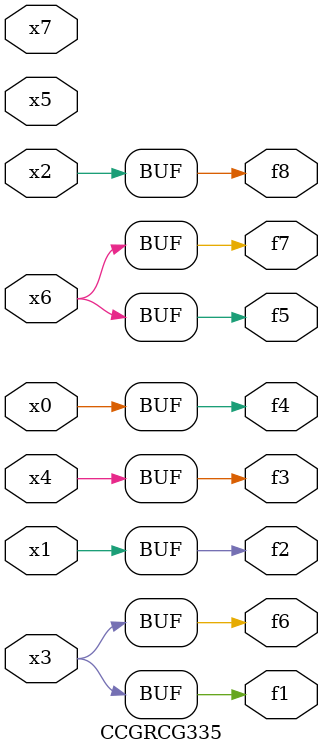
<source format=v>
module CCGRCG335(
	input x0, x1, x2, x3, x4, x5, x6, x7,
	output f1, f2, f3, f4, f5, f6, f7, f8
);
	assign f1 = x3;
	assign f2 = x1;
	assign f3 = x4;
	assign f4 = x0;
	assign f5 = x6;
	assign f6 = x3;
	assign f7 = x6;
	assign f8 = x2;
endmodule

</source>
